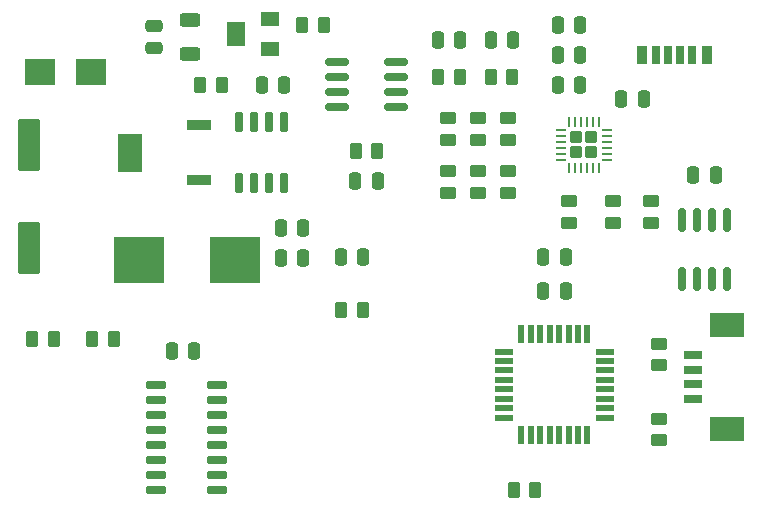
<source format=gbr>
%TF.GenerationSoftware,KiCad,Pcbnew,(6.0.2)*%
%TF.CreationDate,2023-05-20T08:16:15+01:00*%
%TF.ProjectId,Main Board,4d61696e-2042-46f6-9172-642e6b696361,rev?*%
%TF.SameCoordinates,Original*%
%TF.FileFunction,Paste,Top*%
%TF.FilePolarity,Positive*%
%FSLAX46Y46*%
G04 Gerber Fmt 4.6, Leading zero omitted, Abs format (unit mm)*
G04 Created by KiCad (PCBNEW (6.0.2)) date 2023-05-20 08:16:15*
%MOMM*%
%LPD*%
G01*
G04 APERTURE LIST*
G04 Aperture macros list*
%AMRoundRect*
0 Rectangle with rounded corners*
0 $1 Rounding radius*
0 $2 $3 $4 $5 $6 $7 $8 $9 X,Y pos of 4 corners*
0 Add a 4 corners polygon primitive as box body*
4,1,4,$2,$3,$4,$5,$6,$7,$8,$9,$2,$3,0*
0 Add four circle primitives for the rounded corners*
1,1,$1+$1,$2,$3*
1,1,$1+$1,$4,$5*
1,1,$1+$1,$6,$7*
1,1,$1+$1,$8,$9*
0 Add four rect primitives between the rounded corners*
20,1,$1+$1,$2,$3,$4,$5,0*
20,1,$1+$1,$4,$5,$6,$7,0*
20,1,$1+$1,$6,$7,$8,$9,0*
20,1,$1+$1,$8,$9,$2,$3,0*%
G04 Aperture macros list end*
%ADD10RoundRect,0.250000X-0.250000X-0.475000X0.250000X-0.475000X0.250000X0.475000X-0.250000X0.475000X0*%
%ADD11R,2.150000X0.950000*%
%ADD12R,2.150000X3.250000*%
%ADD13RoundRect,0.250000X-0.262500X-0.450000X0.262500X-0.450000X0.262500X0.450000X-0.262500X0.450000X0*%
%ADD14RoundRect,0.150000X0.825000X0.150000X-0.825000X0.150000X-0.825000X-0.150000X0.825000X-0.150000X0*%
%ADD15RoundRect,0.250000X0.250000X0.475000X-0.250000X0.475000X-0.250000X-0.475000X0.250000X-0.475000X0*%
%ADD16R,1.600000X1.300000*%
%ADD17R,1.600000X2.000000*%
%ADD18RoundRect,0.250000X-0.450000X0.262500X-0.450000X-0.262500X0.450000X-0.262500X0.450000X0.262500X0*%
%ADD19RoundRect,0.250000X0.262500X0.450000X-0.262500X0.450000X-0.262500X-0.450000X0.262500X-0.450000X0*%
%ADD20R,4.300000X4.000000*%
%ADD21RoundRect,0.250000X0.450000X-0.262500X0.450000X0.262500X-0.450000X0.262500X-0.450000X-0.262500X0*%
%ADD22R,0.700000X1.600000*%
%ADD23R,0.800000X1.600000*%
%ADD24R,0.900000X1.600000*%
%ADD25R,0.550000X1.500000*%
%ADD26R,1.500000X0.550000*%
%ADD27RoundRect,0.062500X-0.062500X-0.350000X0.062500X-0.350000X0.062500X0.350000X-0.062500X0.350000X0*%
%ADD28RoundRect,0.062500X-0.350000X-0.062500X0.350000X-0.062500X0.350000X0.062500X-0.350000X0.062500X0*%
%ADD29RoundRect,0.250000X-0.275000X-0.275000X0.275000X-0.275000X0.275000X0.275000X-0.275000X0.275000X0*%
%ADD30RoundRect,0.150000X0.150000X-0.725000X0.150000X0.725000X-0.150000X0.725000X-0.150000X-0.725000X0*%
%ADD31RoundRect,0.250000X-0.625000X0.312500X-0.625000X-0.312500X0.625000X-0.312500X0.625000X0.312500X0*%
%ADD32R,3.000000X2.100000*%
%ADD33R,1.600000X0.800000*%
%ADD34R,2.500000X2.300000*%
%ADD35RoundRect,0.150000X-0.725000X-0.150000X0.725000X-0.150000X0.725000X0.150000X-0.725000X0.150000X0*%
%ADD36RoundRect,0.150000X-0.150000X0.825000X-0.150000X-0.825000X0.150000X-0.825000X0.150000X0.825000X0*%
%ADD37RoundRect,0.250000X-0.700000X1.950000X-0.700000X-1.950000X0.700000X-1.950000X0.700000X1.950000X0*%
%ADD38RoundRect,0.250000X-0.475000X0.250000X-0.475000X-0.250000X0.475000X-0.250000X0.475000X0.250000X0*%
G04 APERTURE END LIST*
D10*
%TO.C,C4*%
X152142233Y-86622233D03*
X154042233Y-86622233D03*
%TD*%
D11*
%TO.C,Q2*%
X138897233Y-86501000D03*
D12*
X133097233Y-84201000D03*
D11*
X138897233Y-81901000D03*
%TD*%
D13*
%TO.C,R14*%
X124820250Y-99949000D03*
X126645250Y-99949000D03*
%TD*%
D10*
%TO.C,C5*%
X169287233Y-78437233D03*
X171187233Y-78437233D03*
%TD*%
D14*
%TO.C,Q1*%
X155567233Y-80342233D03*
X155567233Y-79072233D03*
X155567233Y-77802233D03*
X155567233Y-76532233D03*
X150617233Y-76532233D03*
X150617233Y-77802233D03*
X150617233Y-79072233D03*
X150617233Y-80342233D03*
%TD*%
D13*
%TO.C,R9*%
X165434733Y-77802233D03*
X163609733Y-77802233D03*
%TD*%
%TO.C,R8*%
X159164733Y-77802233D03*
X160989733Y-77802233D03*
%TD*%
D15*
%TO.C,C10*%
X146152233Y-78486000D03*
X144252233Y-78486000D03*
%TD*%
D16*
%TO.C,RV1*%
X144960000Y-75418000D03*
D17*
X142060000Y-74168000D03*
D16*
X144960000Y-72918000D03*
%TD*%
D18*
%TO.C,R18*%
X177907233Y-106734733D03*
X177907233Y-108559733D03*
%TD*%
%TO.C,R3*%
X165100000Y-81264733D03*
X165100000Y-83089733D03*
%TD*%
D15*
%TO.C,C1*%
X176587233Y-79637233D03*
X174687233Y-79637233D03*
%TD*%
%TO.C,C12*%
X152822233Y-93042233D03*
X150922233Y-93042233D03*
%TD*%
D19*
%TO.C,R17*%
X152784733Y-97487233D03*
X150959733Y-97487233D03*
%TD*%
D20*
%TO.C,L1*%
X141952233Y-93306000D03*
X133852233Y-93306000D03*
%TD*%
D21*
%TO.C,R4*%
X162560000Y-81264733D03*
X162560000Y-83089733D03*
%TD*%
D10*
%TO.C,C17*%
X136637233Y-100967233D03*
X138537233Y-100967233D03*
%TD*%
D22*
%TO.C,U1*%
X179657233Y-75952233D03*
D23*
X177637233Y-75952233D03*
D24*
X176407233Y-75952233D03*
D22*
X178657233Y-75952233D03*
D23*
X180677233Y-75952233D03*
D24*
X181907233Y-75952233D03*
%TD*%
D25*
%TO.C,U4*%
X171817233Y-99537233D03*
X171017233Y-99537233D03*
X170217233Y-99537233D03*
X169417233Y-99537233D03*
X168617233Y-99537233D03*
X167817233Y-99537233D03*
X167017233Y-99537233D03*
X166217233Y-99537233D03*
D26*
X164717233Y-101037233D03*
X164717233Y-101837233D03*
X164717233Y-102637233D03*
X164717233Y-103437233D03*
X164717233Y-104237233D03*
X164717233Y-105037233D03*
X164717233Y-105837233D03*
X164717233Y-106637233D03*
D25*
X166217233Y-108137233D03*
X167017233Y-108137233D03*
X167817233Y-108137233D03*
X168617233Y-108137233D03*
X169417233Y-108137233D03*
X170217233Y-108137233D03*
X171017233Y-108137233D03*
X171817233Y-108137233D03*
D26*
X173317233Y-106637233D03*
X173317233Y-105837233D03*
X173317233Y-105037233D03*
X173317233Y-104237233D03*
X173317233Y-103437233D03*
X173317233Y-102637233D03*
X173317233Y-101837233D03*
X173317233Y-101037233D03*
%TD*%
D10*
%TO.C,C3*%
X169287233Y-75897233D03*
X171187233Y-75897233D03*
%TD*%
D27*
%TO.C,U2*%
X170257233Y-81594733D03*
X170757233Y-81594733D03*
X171257233Y-81594733D03*
X171757233Y-81594733D03*
X172257233Y-81594733D03*
X172757233Y-81594733D03*
D28*
X173444733Y-82282233D03*
X173444733Y-82782233D03*
X173444733Y-83282233D03*
X173444733Y-83782233D03*
X173444733Y-84282233D03*
X173444733Y-84782233D03*
D27*
X172757233Y-85469733D03*
X172257233Y-85469733D03*
X171757233Y-85469733D03*
X171257233Y-85469733D03*
X170757233Y-85469733D03*
X170257233Y-85469733D03*
D28*
X169569733Y-84782233D03*
X169569733Y-84282233D03*
X169569733Y-83782233D03*
X169569733Y-83282233D03*
X169569733Y-82782233D03*
X169569733Y-82282233D03*
D29*
X170857233Y-82882233D03*
X172157233Y-84182233D03*
X172157233Y-82882233D03*
X170857233Y-84182233D03*
%TD*%
D13*
%TO.C,R21*%
X147654000Y-73406000D03*
X149479000Y-73406000D03*
%TD*%
D18*
%TO.C,R6*%
X162560000Y-85779733D03*
X162560000Y-87604733D03*
%TD*%
D15*
%TO.C,C15*%
X169967233Y-95885000D03*
X168067233Y-95885000D03*
%TD*%
D30*
%TO.C,U3*%
X142347233Y-86776000D03*
X143617233Y-86776000D03*
X144887233Y-86776000D03*
X146157233Y-86776000D03*
X146157233Y-81626000D03*
X144887233Y-81626000D03*
X143617233Y-81626000D03*
X142347233Y-81626000D03*
%TD*%
D21*
%TO.C,R10*%
X173990000Y-90144733D03*
X173990000Y-88319733D03*
%TD*%
D10*
%TO.C,C2*%
X169287233Y-73357233D03*
X171187233Y-73357233D03*
%TD*%
D31*
%TO.C,R20*%
X138176000Y-72959500D03*
X138176000Y-75884500D03*
%TD*%
D21*
%TO.C,R5*%
X165100000Y-87604733D03*
X165100000Y-85779733D03*
%TD*%
D32*
%TO.C,J1*%
X183617233Y-98777233D03*
X183617233Y-107627233D03*
D33*
X180717233Y-101327233D03*
X180717233Y-102577233D03*
X180717233Y-103827233D03*
X180717233Y-105077233D03*
%TD*%
D21*
%TO.C,R1*%
X160020000Y-87604733D03*
X160020000Y-85779733D03*
%TD*%
%TO.C,R12*%
X170287233Y-90144733D03*
X170287233Y-88319733D03*
%TD*%
D15*
%TO.C,C6*%
X165522233Y-74627233D03*
X163622233Y-74627233D03*
%TD*%
D13*
%TO.C,R19*%
X139041500Y-78486000D03*
X140866500Y-78486000D03*
%TD*%
D21*
%TO.C,R11*%
X177165000Y-90144733D03*
X177165000Y-88319733D03*
%TD*%
D10*
%TO.C,C7*%
X159127233Y-74627233D03*
X161027233Y-74627233D03*
%TD*%
D13*
%TO.C,R7*%
X152179733Y-84082233D03*
X154004733Y-84082233D03*
%TD*%
%TO.C,R15*%
X129900250Y-99949000D03*
X131725250Y-99949000D03*
%TD*%
D34*
%TO.C,D1*%
X125485000Y-77343000D03*
X129785000Y-77343000D03*
%TD*%
D35*
%TO.C,U5*%
X135327233Y-103837233D03*
X135327233Y-105107233D03*
X135327233Y-106377233D03*
X135327233Y-107647233D03*
X135327233Y-108917233D03*
X135327233Y-110187233D03*
X135327233Y-111457233D03*
X135327233Y-112727233D03*
X140477233Y-112727233D03*
X140477233Y-111457233D03*
X140477233Y-110187233D03*
X140477233Y-108917233D03*
X140477233Y-107647233D03*
X140477233Y-106377233D03*
X140477233Y-105107233D03*
X140477233Y-103837233D03*
%TD*%
D15*
%TO.C,C11*%
X169967233Y-93042233D03*
X168067233Y-93042233D03*
%TD*%
D10*
%TO.C,C8*%
X145842233Y-93091000D03*
X147742233Y-93091000D03*
%TD*%
D36*
%TO.C,U6*%
X183622233Y-89932233D03*
X182352233Y-89932233D03*
X181082233Y-89932233D03*
X179812233Y-89932233D03*
X179812233Y-94882233D03*
X181082233Y-94882233D03*
X182352233Y-94882233D03*
X183622233Y-94882233D03*
%TD*%
D21*
%TO.C,R16*%
X177907233Y-102209733D03*
X177907233Y-100384733D03*
%TD*%
D19*
%TO.C,R13*%
X167389733Y-112727233D03*
X165564733Y-112727233D03*
%TD*%
D15*
%TO.C,C16*%
X182667233Y-86057233D03*
X180767233Y-86057233D03*
%TD*%
D37*
%TO.C,C13*%
X124567233Y-83592233D03*
X124567233Y-92292233D03*
%TD*%
D21*
%TO.C,R2*%
X160020000Y-81264733D03*
X160020000Y-83089733D03*
%TD*%
D38*
%TO.C,C14*%
X135128000Y-73472000D03*
X135128000Y-75372000D03*
%TD*%
D15*
%TO.C,C9*%
X147742233Y-90551000D03*
X145842233Y-90551000D03*
%TD*%
M02*

</source>
